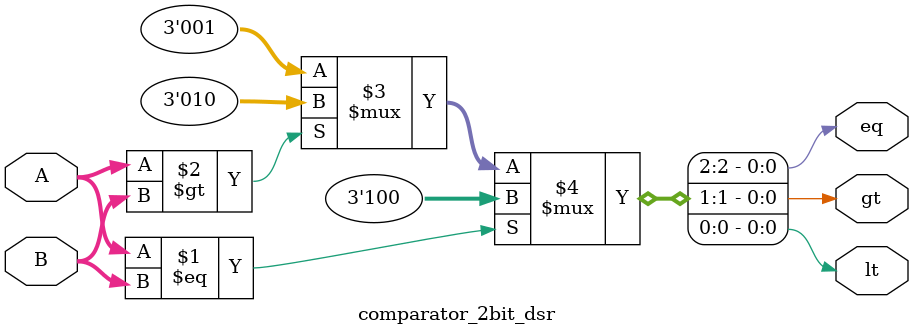
<source format=v>
module comparator_2bit_dsr (
    input [1:0] A, B,
    output eq, gt, lt
);
    assign {eq, gt, lt} = (A == B) ? 3'b100 : 
                          (A > B)  ? 3'b010 : 
                                      3'b001;
endmodule
</source>
